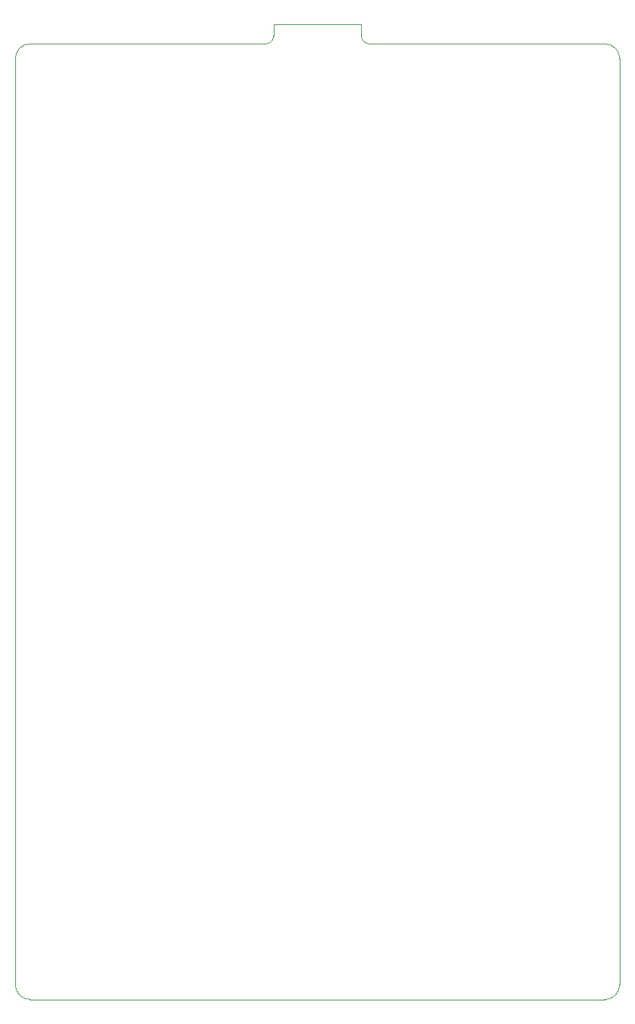
<source format=gbr>
%TF.GenerationSoftware,KiCad,Pcbnew,(5.1.10)-1*%
%TF.CreationDate,2021-08-07T17:21:30+07:00*%
%TF.ProjectId,numbowl,6e756d62-6f77-46c2-9e6b-696361645f70,rev?*%
%TF.SameCoordinates,Original*%
%TF.FileFunction,Profile,NP*%
%FSLAX46Y46*%
G04 Gerber Fmt 4.6, Leading zero omitted, Abs format (unit mm)*
G04 Created by KiCad (PCBNEW (5.1.10)-1) date 2021-08-07 17:21:30*
%MOMM*%
%LPD*%
G01*
G04 APERTURE LIST*
%TA.AperFunction,Profile*%
%ADD10C,0.050000*%
%TD*%
G04 APERTURE END LIST*
D10*
X225433755Y-44053320D02*
G75*
G02*
X224433755Y-43053320I0J1000000D01*
G01*
X213718085Y-43053320D02*
G75*
G02*
X212718085Y-44053320I-1000000J0D01*
G01*
X213718085Y-41672060D02*
X213718085Y-43053320D01*
X224433755Y-41672060D02*
X213718085Y-41672060D01*
X224433755Y-43053320D02*
X224433755Y-41672060D01*
X225433755Y-44053320D02*
X254199505Y-44053310D01*
X255985450Y-158949105D02*
G75*
G02*
X254199505Y-160735050I-1785945J0D01*
G01*
X183952335Y-160735050D02*
G75*
G02*
X182166390Y-158949105I0J1785945D01*
G01*
X182166390Y-45839255D02*
G75*
G02*
X183952335Y-44053310I1785945J0D01*
G01*
X254199505Y-44053310D02*
G75*
G02*
X255985450Y-45839255I0J-1785945D01*
G01*
X255985450Y-158949105D02*
X255985450Y-45839255D01*
X212718085Y-44053320D02*
X183952335Y-44053310D01*
X182166390Y-158949105D02*
X182166390Y-45839255D01*
X254199505Y-160735050D02*
X183952335Y-160735050D01*
M02*

</source>
